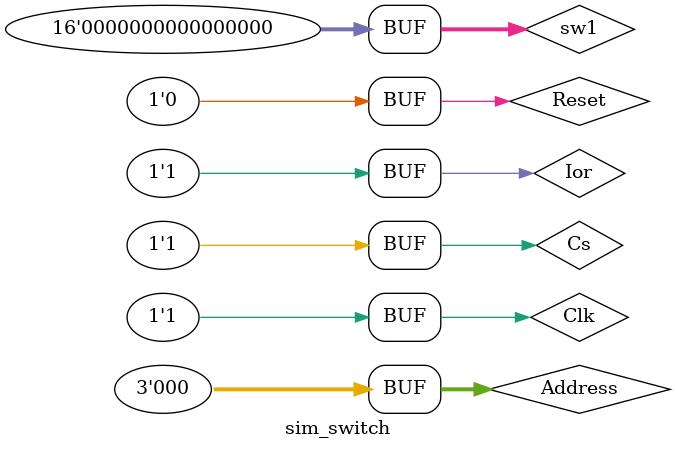
<source format=v>
`timescale 1ns / 1ps


module sim_switch(
    );
reg  Reset;
reg [2:0]Address;
reg Cs;
reg Clk;
reg Ior;
wire [15:0]Rdata;
reg [15:0]sw1;
Switch switch(Reset,Address, Cs, Clk ,Ior ,Rdata, sw1);

always begin
Clk=1;
#5;
Reset=0;
Address=0;
Cs=1;
Ior=1;
sw1=16'h2345;
Clk=0;
#5;
sw1=16'h0000;
Clk=1;
#5;
end
endmodule

</source>
